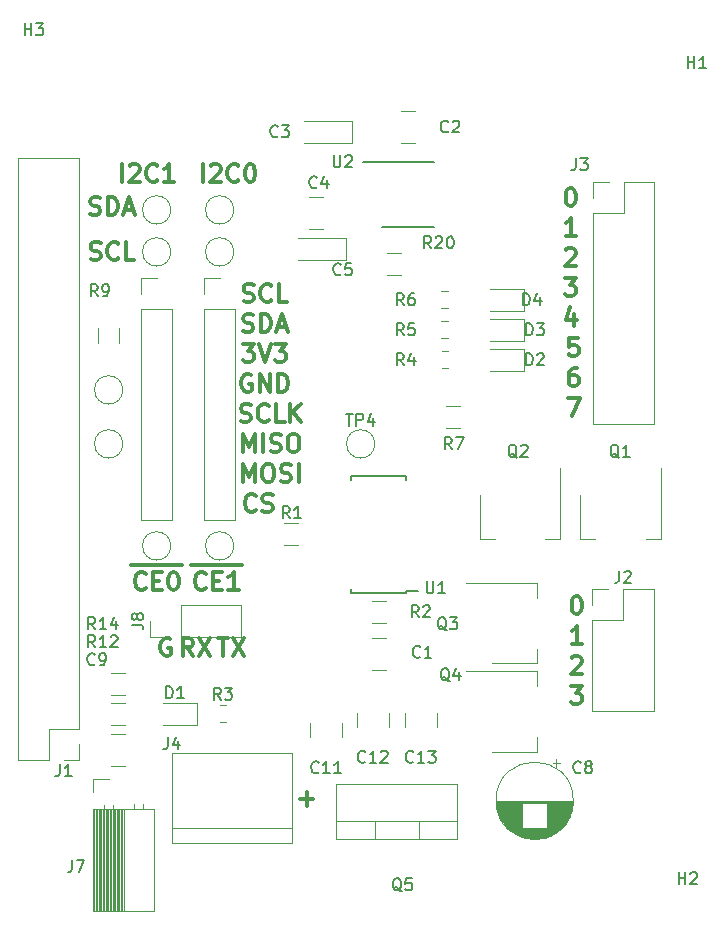
<source format=gbr>
%TF.GenerationSoftware,KiCad,Pcbnew,5.0.2-bee76a0~70~ubuntu18.04.1*%
%TF.CreationDate,2019-03-25T11:44:11-07:00*%
%TF.ProjectId,Pi_Breakout_Board,50695f42-7265-4616-9b6f-75745f426f61,rev?*%
%TF.SameCoordinates,Original*%
%TF.FileFunction,Legend,Top*%
%TF.FilePolarity,Positive*%
%FSLAX46Y46*%
G04 Gerber Fmt 4.6, Leading zero omitted, Abs format (unit mm)*
G04 Created by KiCad (PCBNEW 5.0.2-bee76a0~70~ubuntu18.04.1) date Mon 25 Mar 2019 11:44:11 AM PDT*
%MOMM*%
%LPD*%
G01*
G04 APERTURE LIST*
%ADD10C,0.300000*%
%ADD11C,0.120000*%
%ADD12C,0.150000*%
G04 APERTURE END LIST*
D10*
X71124000Y-121439714D02*
X71052571Y-121511142D01*
X70838285Y-121582571D01*
X70695428Y-121582571D01*
X70481142Y-121511142D01*
X70338285Y-121368285D01*
X70266857Y-121225428D01*
X70195428Y-120939714D01*
X70195428Y-120725428D01*
X70266857Y-120439714D01*
X70338285Y-120296857D01*
X70481142Y-120154000D01*
X70695428Y-120082571D01*
X70838285Y-120082571D01*
X71052571Y-120154000D01*
X71124000Y-120225428D01*
X71695428Y-121511142D02*
X71909714Y-121582571D01*
X72266857Y-121582571D01*
X72409714Y-121511142D01*
X72481142Y-121439714D01*
X72552571Y-121296857D01*
X72552571Y-121154000D01*
X72481142Y-121011142D01*
X72409714Y-120939714D01*
X72266857Y-120868285D01*
X71981142Y-120796857D01*
X71838285Y-120725428D01*
X71766857Y-120654000D01*
X71695428Y-120511142D01*
X71695428Y-120368285D01*
X71766857Y-120225428D01*
X71838285Y-120154000D01*
X71981142Y-120082571D01*
X72338285Y-120082571D01*
X72552571Y-120154000D01*
X70032857Y-119042571D02*
X70032857Y-117542571D01*
X70532857Y-118614000D01*
X71032857Y-117542571D01*
X71032857Y-119042571D01*
X72032857Y-117542571D02*
X72318571Y-117542571D01*
X72461428Y-117614000D01*
X72604285Y-117756857D01*
X72675714Y-118042571D01*
X72675714Y-118542571D01*
X72604285Y-118828285D01*
X72461428Y-118971142D01*
X72318571Y-119042571D01*
X72032857Y-119042571D01*
X71890000Y-118971142D01*
X71747142Y-118828285D01*
X71675714Y-118542571D01*
X71675714Y-118042571D01*
X71747142Y-117756857D01*
X71890000Y-117614000D01*
X72032857Y-117542571D01*
X73247142Y-118971142D02*
X73461428Y-119042571D01*
X73818571Y-119042571D01*
X73961428Y-118971142D01*
X74032857Y-118899714D01*
X74104285Y-118756857D01*
X74104285Y-118614000D01*
X74032857Y-118471142D01*
X73961428Y-118399714D01*
X73818571Y-118328285D01*
X73532857Y-118256857D01*
X73390000Y-118185428D01*
X73318571Y-118114000D01*
X73247142Y-117971142D01*
X73247142Y-117828285D01*
X73318571Y-117685428D01*
X73390000Y-117614000D01*
X73532857Y-117542571D01*
X73890000Y-117542571D01*
X74104285Y-117614000D01*
X74747142Y-119042571D02*
X74747142Y-117542571D01*
X97798000Y-136338571D02*
X98726571Y-136338571D01*
X98226571Y-136910000D01*
X98440857Y-136910000D01*
X98583714Y-136981428D01*
X98655142Y-137052857D01*
X98726571Y-137195714D01*
X98726571Y-137552857D01*
X98655142Y-137695714D01*
X98583714Y-137767142D01*
X98440857Y-137838571D01*
X98012285Y-137838571D01*
X97869428Y-137767142D01*
X97798000Y-137695714D01*
X97869428Y-133941428D02*
X97940857Y-133870000D01*
X98083714Y-133798571D01*
X98440857Y-133798571D01*
X98583714Y-133870000D01*
X98655142Y-133941428D01*
X98726571Y-134084285D01*
X98726571Y-134227142D01*
X98655142Y-134441428D01*
X97798000Y-135298571D01*
X98726571Y-135298571D01*
X98726571Y-132758571D02*
X97869428Y-132758571D01*
X98298000Y-132758571D02*
X98298000Y-131258571D01*
X98155142Y-131472857D01*
X98012285Y-131615714D01*
X97869428Y-131687142D01*
X98226571Y-128718571D02*
X98369428Y-128718571D01*
X98512285Y-128790000D01*
X98583714Y-128861428D01*
X98655142Y-129004285D01*
X98726571Y-129290000D01*
X98726571Y-129647142D01*
X98655142Y-129932857D01*
X98583714Y-130075714D01*
X98512285Y-130147142D01*
X98369428Y-130218571D01*
X98226571Y-130218571D01*
X98083714Y-130147142D01*
X98012285Y-130075714D01*
X97940857Y-129932857D01*
X97869428Y-129647142D01*
X97869428Y-129290000D01*
X97940857Y-129004285D01*
X98012285Y-128861428D01*
X98083714Y-128790000D01*
X98226571Y-128718571D01*
X97544000Y-111954571D02*
X98544000Y-111954571D01*
X97901142Y-113454571D01*
X98329714Y-109414571D02*
X98044000Y-109414571D01*
X97901142Y-109486000D01*
X97829714Y-109557428D01*
X97686857Y-109771714D01*
X97615428Y-110057428D01*
X97615428Y-110628857D01*
X97686857Y-110771714D01*
X97758285Y-110843142D01*
X97901142Y-110914571D01*
X98186857Y-110914571D01*
X98329714Y-110843142D01*
X98401142Y-110771714D01*
X98472571Y-110628857D01*
X98472571Y-110271714D01*
X98401142Y-110128857D01*
X98329714Y-110057428D01*
X98186857Y-109986000D01*
X97901142Y-109986000D01*
X97758285Y-110057428D01*
X97686857Y-110128857D01*
X97615428Y-110271714D01*
X98401142Y-106874571D02*
X97686857Y-106874571D01*
X97615428Y-107588857D01*
X97686857Y-107517428D01*
X97829714Y-107446000D01*
X98186857Y-107446000D01*
X98329714Y-107517428D01*
X98401142Y-107588857D01*
X98472571Y-107731714D01*
X98472571Y-108088857D01*
X98401142Y-108231714D01*
X98329714Y-108303142D01*
X98186857Y-108374571D01*
X97829714Y-108374571D01*
X97686857Y-108303142D01*
X97615428Y-108231714D01*
X98075714Y-104834571D02*
X98075714Y-105834571D01*
X97718571Y-104263142D02*
X97361428Y-105334571D01*
X98290000Y-105334571D01*
X97290000Y-101794571D02*
X98218571Y-101794571D01*
X97718571Y-102366000D01*
X97932857Y-102366000D01*
X98075714Y-102437428D01*
X98147142Y-102508857D01*
X98218571Y-102651714D01*
X98218571Y-103008857D01*
X98147142Y-103151714D01*
X98075714Y-103223142D01*
X97932857Y-103294571D01*
X97504285Y-103294571D01*
X97361428Y-103223142D01*
X97290000Y-103151714D01*
X97361428Y-99397428D02*
X97432857Y-99326000D01*
X97575714Y-99254571D01*
X97932857Y-99254571D01*
X98075714Y-99326000D01*
X98147142Y-99397428D01*
X98218571Y-99540285D01*
X98218571Y-99683142D01*
X98147142Y-99897428D01*
X97290000Y-100754571D01*
X98218571Y-100754571D01*
X98218571Y-98214571D02*
X97361428Y-98214571D01*
X97790000Y-98214571D02*
X97790000Y-96714571D01*
X97647142Y-96928857D01*
X97504285Y-97071714D01*
X97361428Y-97143142D01*
X97718571Y-94174571D02*
X97861428Y-94174571D01*
X98004285Y-94246000D01*
X98075714Y-94317428D01*
X98147142Y-94460285D01*
X98218571Y-94746000D01*
X98218571Y-95103142D01*
X98147142Y-95388857D01*
X98075714Y-95531714D01*
X98004285Y-95603142D01*
X97861428Y-95674571D01*
X97718571Y-95674571D01*
X97575714Y-95603142D01*
X97504285Y-95531714D01*
X97432857Y-95388857D01*
X97361428Y-95103142D01*
X97361428Y-94746000D01*
X97432857Y-94460285D01*
X97504285Y-94317428D01*
X97575714Y-94246000D01*
X97718571Y-94174571D01*
X57142285Y-100175142D02*
X57356571Y-100246571D01*
X57713714Y-100246571D01*
X57856571Y-100175142D01*
X57928000Y-100103714D01*
X57999428Y-99960857D01*
X57999428Y-99818000D01*
X57928000Y-99675142D01*
X57856571Y-99603714D01*
X57713714Y-99532285D01*
X57428000Y-99460857D01*
X57285142Y-99389428D01*
X57213714Y-99318000D01*
X57142285Y-99175142D01*
X57142285Y-99032285D01*
X57213714Y-98889428D01*
X57285142Y-98818000D01*
X57428000Y-98746571D01*
X57785142Y-98746571D01*
X57999428Y-98818000D01*
X59499428Y-100103714D02*
X59428000Y-100175142D01*
X59213714Y-100246571D01*
X59070857Y-100246571D01*
X58856571Y-100175142D01*
X58713714Y-100032285D01*
X58642285Y-99889428D01*
X58570857Y-99603714D01*
X58570857Y-99389428D01*
X58642285Y-99103714D01*
X58713714Y-98960857D01*
X58856571Y-98818000D01*
X59070857Y-98746571D01*
X59213714Y-98746571D01*
X59428000Y-98818000D01*
X59499428Y-98889428D01*
X60856571Y-100246571D02*
X60142285Y-100246571D01*
X60142285Y-98746571D01*
X57106571Y-96365142D02*
X57320857Y-96436571D01*
X57678000Y-96436571D01*
X57820857Y-96365142D01*
X57892285Y-96293714D01*
X57963714Y-96150857D01*
X57963714Y-96008000D01*
X57892285Y-95865142D01*
X57820857Y-95793714D01*
X57678000Y-95722285D01*
X57392285Y-95650857D01*
X57249428Y-95579428D01*
X57178000Y-95508000D01*
X57106571Y-95365142D01*
X57106571Y-95222285D01*
X57178000Y-95079428D01*
X57249428Y-95008000D01*
X57392285Y-94936571D01*
X57749428Y-94936571D01*
X57963714Y-95008000D01*
X58606571Y-96436571D02*
X58606571Y-94936571D01*
X58963714Y-94936571D01*
X59178000Y-95008000D01*
X59320857Y-95150857D01*
X59392285Y-95293714D01*
X59463714Y-95579428D01*
X59463714Y-95793714D01*
X59392285Y-96079428D01*
X59320857Y-96222285D01*
X59178000Y-96365142D01*
X58963714Y-96436571D01*
X58606571Y-96436571D01*
X60035142Y-96008000D02*
X60749428Y-96008000D01*
X59892285Y-96436571D02*
X60392285Y-94936571D01*
X60892285Y-96436571D01*
X59797428Y-93642571D02*
X59797428Y-92142571D01*
X60440285Y-92285428D02*
X60511714Y-92214000D01*
X60654571Y-92142571D01*
X61011714Y-92142571D01*
X61154571Y-92214000D01*
X61226000Y-92285428D01*
X61297428Y-92428285D01*
X61297428Y-92571142D01*
X61226000Y-92785428D01*
X60368857Y-93642571D01*
X61297428Y-93642571D01*
X62797428Y-93499714D02*
X62726000Y-93571142D01*
X62511714Y-93642571D01*
X62368857Y-93642571D01*
X62154571Y-93571142D01*
X62011714Y-93428285D01*
X61940285Y-93285428D01*
X61868857Y-92999714D01*
X61868857Y-92785428D01*
X61940285Y-92499714D01*
X62011714Y-92356857D01*
X62154571Y-92214000D01*
X62368857Y-92142571D01*
X62511714Y-92142571D01*
X62726000Y-92214000D01*
X62797428Y-92285428D01*
X64226000Y-93642571D02*
X63368857Y-93642571D01*
X63797428Y-93642571D02*
X63797428Y-92142571D01*
X63654571Y-92356857D01*
X63511714Y-92499714D01*
X63368857Y-92571142D01*
X66655428Y-93642571D02*
X66655428Y-92142571D01*
X67298285Y-92285428D02*
X67369714Y-92214000D01*
X67512571Y-92142571D01*
X67869714Y-92142571D01*
X68012571Y-92214000D01*
X68084000Y-92285428D01*
X68155428Y-92428285D01*
X68155428Y-92571142D01*
X68084000Y-92785428D01*
X67226857Y-93642571D01*
X68155428Y-93642571D01*
X69655428Y-93499714D02*
X69584000Y-93571142D01*
X69369714Y-93642571D01*
X69226857Y-93642571D01*
X69012571Y-93571142D01*
X68869714Y-93428285D01*
X68798285Y-93285428D01*
X68726857Y-92999714D01*
X68726857Y-92785428D01*
X68798285Y-92499714D01*
X68869714Y-92356857D01*
X69012571Y-92214000D01*
X69226857Y-92142571D01*
X69369714Y-92142571D01*
X69584000Y-92214000D01*
X69655428Y-92285428D01*
X70584000Y-92142571D02*
X70726857Y-92142571D01*
X70869714Y-92214000D01*
X70941142Y-92285428D01*
X71012571Y-92428285D01*
X71084000Y-92714000D01*
X71084000Y-93071142D01*
X71012571Y-93356857D01*
X70941142Y-93499714D01*
X70869714Y-93571142D01*
X70726857Y-93642571D01*
X70584000Y-93642571D01*
X70441142Y-93571142D01*
X70369714Y-93499714D01*
X70298285Y-93356857D01*
X70226857Y-93071142D01*
X70226857Y-92714000D01*
X70298285Y-92428285D01*
X70369714Y-92285428D01*
X70441142Y-92214000D01*
X70584000Y-92142571D01*
X70096285Y-103731142D02*
X70310571Y-103802571D01*
X70667714Y-103802571D01*
X70810571Y-103731142D01*
X70882000Y-103659714D01*
X70953428Y-103516857D01*
X70953428Y-103374000D01*
X70882000Y-103231142D01*
X70810571Y-103159714D01*
X70667714Y-103088285D01*
X70382000Y-103016857D01*
X70239142Y-102945428D01*
X70167714Y-102874000D01*
X70096285Y-102731142D01*
X70096285Y-102588285D01*
X70167714Y-102445428D01*
X70239142Y-102374000D01*
X70382000Y-102302571D01*
X70739142Y-102302571D01*
X70953428Y-102374000D01*
X72453428Y-103659714D02*
X72382000Y-103731142D01*
X72167714Y-103802571D01*
X72024857Y-103802571D01*
X71810571Y-103731142D01*
X71667714Y-103588285D01*
X71596285Y-103445428D01*
X71524857Y-103159714D01*
X71524857Y-102945428D01*
X71596285Y-102659714D01*
X71667714Y-102516857D01*
X71810571Y-102374000D01*
X72024857Y-102302571D01*
X72167714Y-102302571D01*
X72382000Y-102374000D01*
X72453428Y-102445428D01*
X73810571Y-103802571D02*
X73096285Y-103802571D01*
X73096285Y-102302571D01*
X70060571Y-106271142D02*
X70274857Y-106342571D01*
X70632000Y-106342571D01*
X70774857Y-106271142D01*
X70846285Y-106199714D01*
X70917714Y-106056857D01*
X70917714Y-105914000D01*
X70846285Y-105771142D01*
X70774857Y-105699714D01*
X70632000Y-105628285D01*
X70346285Y-105556857D01*
X70203428Y-105485428D01*
X70132000Y-105414000D01*
X70060571Y-105271142D01*
X70060571Y-105128285D01*
X70132000Y-104985428D01*
X70203428Y-104914000D01*
X70346285Y-104842571D01*
X70703428Y-104842571D01*
X70917714Y-104914000D01*
X71560571Y-106342571D02*
X71560571Y-104842571D01*
X71917714Y-104842571D01*
X72132000Y-104914000D01*
X72274857Y-105056857D01*
X72346285Y-105199714D01*
X72417714Y-105485428D01*
X72417714Y-105699714D01*
X72346285Y-105985428D01*
X72274857Y-106128285D01*
X72132000Y-106271142D01*
X71917714Y-106342571D01*
X71560571Y-106342571D01*
X72989142Y-105914000D02*
X73703428Y-105914000D01*
X72846285Y-106342571D02*
X73346285Y-104842571D01*
X73846285Y-106342571D01*
X70024857Y-107382571D02*
X70953428Y-107382571D01*
X70453428Y-107954000D01*
X70667714Y-107954000D01*
X70810571Y-108025428D01*
X70882000Y-108096857D01*
X70953428Y-108239714D01*
X70953428Y-108596857D01*
X70882000Y-108739714D01*
X70810571Y-108811142D01*
X70667714Y-108882571D01*
X70239142Y-108882571D01*
X70096285Y-108811142D01*
X70024857Y-108739714D01*
X71382000Y-107382571D02*
X71882000Y-108882571D01*
X72382000Y-107382571D01*
X72739142Y-107382571D02*
X73667714Y-107382571D01*
X73167714Y-107954000D01*
X73382000Y-107954000D01*
X73524857Y-108025428D01*
X73596285Y-108096857D01*
X73667714Y-108239714D01*
X73667714Y-108596857D01*
X73596285Y-108739714D01*
X73524857Y-108811142D01*
X73382000Y-108882571D01*
X72953428Y-108882571D01*
X72810571Y-108811142D01*
X72739142Y-108739714D01*
X70739142Y-109994000D02*
X70596285Y-109922571D01*
X70382000Y-109922571D01*
X70167714Y-109994000D01*
X70024857Y-110136857D01*
X69953428Y-110279714D01*
X69882000Y-110565428D01*
X69882000Y-110779714D01*
X69953428Y-111065428D01*
X70024857Y-111208285D01*
X70167714Y-111351142D01*
X70382000Y-111422571D01*
X70524857Y-111422571D01*
X70739142Y-111351142D01*
X70810571Y-111279714D01*
X70810571Y-110779714D01*
X70524857Y-110779714D01*
X71453428Y-111422571D02*
X71453428Y-109922571D01*
X72310571Y-111422571D01*
X72310571Y-109922571D01*
X73024857Y-111422571D02*
X73024857Y-109922571D01*
X73382000Y-109922571D01*
X73596285Y-109994000D01*
X73739142Y-110136857D01*
X73810571Y-110279714D01*
X73882000Y-110565428D01*
X73882000Y-110779714D01*
X73810571Y-111065428D01*
X73739142Y-111208285D01*
X73596285Y-111351142D01*
X73382000Y-111422571D01*
X73024857Y-111422571D01*
X69854285Y-113891142D02*
X70068571Y-113962571D01*
X70425714Y-113962571D01*
X70568571Y-113891142D01*
X70640000Y-113819714D01*
X70711428Y-113676857D01*
X70711428Y-113534000D01*
X70640000Y-113391142D01*
X70568571Y-113319714D01*
X70425714Y-113248285D01*
X70140000Y-113176857D01*
X69997142Y-113105428D01*
X69925714Y-113034000D01*
X69854285Y-112891142D01*
X69854285Y-112748285D01*
X69925714Y-112605428D01*
X69997142Y-112534000D01*
X70140000Y-112462571D01*
X70497142Y-112462571D01*
X70711428Y-112534000D01*
X72211428Y-113819714D02*
X72140000Y-113891142D01*
X71925714Y-113962571D01*
X71782857Y-113962571D01*
X71568571Y-113891142D01*
X71425714Y-113748285D01*
X71354285Y-113605428D01*
X71282857Y-113319714D01*
X71282857Y-113105428D01*
X71354285Y-112819714D01*
X71425714Y-112676857D01*
X71568571Y-112534000D01*
X71782857Y-112462571D01*
X71925714Y-112462571D01*
X72140000Y-112534000D01*
X72211428Y-112605428D01*
X73568571Y-113962571D02*
X72854285Y-113962571D01*
X72854285Y-112462571D01*
X74068571Y-113962571D02*
X74068571Y-112462571D01*
X74925714Y-113962571D02*
X74282857Y-113105428D01*
X74925714Y-112462571D02*
X74068571Y-113319714D01*
X70032857Y-116502571D02*
X70032857Y-115002571D01*
X70532857Y-116074000D01*
X71032857Y-115002571D01*
X71032857Y-116502571D01*
X71747142Y-116502571D02*
X71747142Y-115002571D01*
X72390000Y-116431142D02*
X72604285Y-116502571D01*
X72961428Y-116502571D01*
X73104285Y-116431142D01*
X73175714Y-116359714D01*
X73247142Y-116216857D01*
X73247142Y-116074000D01*
X73175714Y-115931142D01*
X73104285Y-115859714D01*
X72961428Y-115788285D01*
X72675714Y-115716857D01*
X72532857Y-115645428D01*
X72461428Y-115574000D01*
X72390000Y-115431142D01*
X72390000Y-115288285D01*
X72461428Y-115145428D01*
X72532857Y-115074000D01*
X72675714Y-115002571D01*
X73032857Y-115002571D01*
X73247142Y-115074000D01*
X74175714Y-115002571D02*
X74461428Y-115002571D01*
X74604285Y-115074000D01*
X74747142Y-115216857D01*
X74818571Y-115502571D01*
X74818571Y-116002571D01*
X74747142Y-116288285D01*
X74604285Y-116431142D01*
X74461428Y-116502571D01*
X74175714Y-116502571D01*
X74032857Y-116431142D01*
X73890000Y-116288285D01*
X73818571Y-116002571D01*
X73818571Y-115502571D01*
X73890000Y-115216857D01*
X74032857Y-115074000D01*
X74175714Y-115002571D01*
X63892857Y-132346000D02*
X63750000Y-132274571D01*
X63535714Y-132274571D01*
X63321428Y-132346000D01*
X63178571Y-132488857D01*
X63107142Y-132631714D01*
X63035714Y-132917428D01*
X63035714Y-133131714D01*
X63107142Y-133417428D01*
X63178571Y-133560285D01*
X63321428Y-133703142D01*
X63535714Y-133774571D01*
X63678571Y-133774571D01*
X63892857Y-133703142D01*
X63964285Y-133631714D01*
X63964285Y-133131714D01*
X63678571Y-133131714D01*
X65790000Y-133774571D02*
X65290000Y-133060285D01*
X64932857Y-133774571D02*
X64932857Y-132274571D01*
X65504285Y-132274571D01*
X65647142Y-132346000D01*
X65718571Y-132417428D01*
X65790000Y-132560285D01*
X65790000Y-132774571D01*
X65718571Y-132917428D01*
X65647142Y-132988857D01*
X65504285Y-133060285D01*
X64932857Y-133060285D01*
X66290000Y-132274571D02*
X67290000Y-133774571D01*
X67290000Y-132274571D02*
X66290000Y-133774571D01*
X67945142Y-132274571D02*
X68802285Y-132274571D01*
X68373714Y-133774571D02*
X68373714Y-132274571D01*
X69159428Y-132274571D02*
X70159428Y-133774571D01*
X70159428Y-132274571D02*
X69159428Y-133774571D01*
X74866571Y-145903142D02*
X76009428Y-145903142D01*
X75438000Y-146474571D02*
X75438000Y-145331714D01*
X65675142Y-126038000D02*
X67175142Y-126038000D01*
X66889428Y-128043714D02*
X66818000Y-128115142D01*
X66603714Y-128186571D01*
X66460857Y-128186571D01*
X66246571Y-128115142D01*
X66103714Y-127972285D01*
X66032285Y-127829428D01*
X65960857Y-127543714D01*
X65960857Y-127329428D01*
X66032285Y-127043714D01*
X66103714Y-126900857D01*
X66246571Y-126758000D01*
X66460857Y-126686571D01*
X66603714Y-126686571D01*
X66818000Y-126758000D01*
X66889428Y-126829428D01*
X67175142Y-126038000D02*
X68532285Y-126038000D01*
X67532285Y-127400857D02*
X68032285Y-127400857D01*
X68246571Y-128186571D02*
X67532285Y-128186571D01*
X67532285Y-126686571D01*
X68246571Y-126686571D01*
X68532285Y-126038000D02*
X69960857Y-126038000D01*
X69675142Y-128186571D02*
X68818000Y-128186571D01*
X69246571Y-128186571D02*
X69246571Y-126686571D01*
X69103714Y-126900857D01*
X68960857Y-127043714D01*
X68818000Y-127115142D01*
X60595142Y-126038000D02*
X62095142Y-126038000D01*
X61809428Y-128043714D02*
X61738000Y-128115142D01*
X61523714Y-128186571D01*
X61380857Y-128186571D01*
X61166571Y-128115142D01*
X61023714Y-127972285D01*
X60952285Y-127829428D01*
X60880857Y-127543714D01*
X60880857Y-127329428D01*
X60952285Y-127043714D01*
X61023714Y-126900857D01*
X61166571Y-126758000D01*
X61380857Y-126686571D01*
X61523714Y-126686571D01*
X61738000Y-126758000D01*
X61809428Y-126829428D01*
X62095142Y-126038000D02*
X63452285Y-126038000D01*
X62452285Y-127400857D02*
X62952285Y-127400857D01*
X63166571Y-128186571D02*
X62452285Y-128186571D01*
X62452285Y-126686571D01*
X63166571Y-126686571D01*
X63452285Y-126038000D02*
X64880857Y-126038000D01*
X64095142Y-126686571D02*
X64238000Y-126686571D01*
X64380857Y-126758000D01*
X64452285Y-126829428D01*
X64523714Y-126972285D01*
X64595142Y-127258000D01*
X64595142Y-127615142D01*
X64523714Y-127900857D01*
X64452285Y-128043714D01*
X64380857Y-128115142D01*
X64238000Y-128186571D01*
X64095142Y-128186571D01*
X63952285Y-128115142D01*
X63880857Y-128043714D01*
X63809428Y-127900857D01*
X63738000Y-127615142D01*
X63738000Y-127258000D01*
X63809428Y-126972285D01*
X63880857Y-126829428D01*
X63952285Y-126758000D01*
X64095142Y-126686571D01*
D11*
%TO.C,Q4*%
X88900000Y-135090000D02*
X94910000Y-135090000D01*
X91150000Y-141910000D02*
X94910000Y-141910000D01*
X94910000Y-135090000D02*
X94910000Y-136350000D01*
X94910000Y-141910000D02*
X94910000Y-140650000D01*
D12*
%TO.C,U1*%
X83825000Y-128475000D02*
X83825000Y-128250000D01*
X79175000Y-128475000D02*
X79175000Y-128150000D01*
X79175000Y-118525000D02*
X79175000Y-118850000D01*
X83825000Y-118525000D02*
X83825000Y-118850000D01*
X83825000Y-128475000D02*
X79175000Y-128475000D01*
X83825000Y-118525000D02*
X79175000Y-118525000D01*
X83825000Y-128250000D02*
X84900000Y-128250000D01*
D11*
%TO.C,J5*%
X66742000Y-101794000D02*
X68072000Y-101794000D01*
X66742000Y-103124000D02*
X66742000Y-101794000D01*
X66742000Y-104394000D02*
X69402000Y-104394000D01*
X69402000Y-104394000D02*
X69402000Y-122234000D01*
X66742000Y-104394000D02*
X66742000Y-122234000D01*
X66742000Y-122234000D02*
X69402000Y-122234000D01*
%TO.C,TP1*%
X59874000Y-115824000D02*
G75*
G03X59874000Y-115824000I-1200000J0D01*
G01*
%TO.C,TP3*%
X59874000Y-111252000D02*
G75*
G03X59874000Y-111252000I-1200000J0D01*
G01*
%TO.C,TP4*%
X81210000Y-115824000D02*
G75*
G03X81210000Y-115824000I-1200000J0D01*
G01*
%TO.C,TP5*%
X69272000Y-124460000D02*
G75*
G03X69272000Y-124460000I-1200000J0D01*
G01*
%TO.C,TP6*%
X63938000Y-124460000D02*
G75*
G03X63938000Y-124460000I-1200000J0D01*
G01*
%TO.C,TP7*%
X69272000Y-96012000D02*
G75*
G03X69272000Y-96012000I-1200000J0D01*
G01*
%TO.C,TP8*%
X69272000Y-99568000D02*
G75*
G03X69272000Y-99568000I-1200000J0D01*
G01*
%TO.C,TP9*%
X63938000Y-96012000D02*
G75*
G03X63938000Y-96012000I-1200000J0D01*
G01*
%TO.C,TP10*%
X63938000Y-99568000D02*
G75*
G03X63938000Y-99568000I-1200000J0D01*
G01*
%TO.C,J1*%
X56194000Y-91634000D02*
X50994000Y-91634000D01*
X56194000Y-139954000D02*
X56194000Y-91634000D01*
X50994000Y-142554000D02*
X50994000Y-91634000D01*
X56194000Y-139954000D02*
X53594000Y-139954000D01*
X53594000Y-139954000D02*
X53594000Y-142554000D01*
X53594000Y-142554000D02*
X50994000Y-142554000D01*
X56194000Y-141224000D02*
X56194000Y-142554000D01*
X56194000Y-142554000D02*
X54864000Y-142554000D01*
%TO.C,C1*%
X80968436Y-134964000D02*
X82172564Y-134964000D01*
X80968436Y-132244000D02*
X82172564Y-132244000D01*
%TO.C,C2*%
X83385436Y-90360000D02*
X84589564Y-90360000D01*
X83385436Y-87640000D02*
X84589564Y-87640000D01*
%TO.C,C3*%
X79279500Y-88473000D02*
X75194500Y-88473000D01*
X79279500Y-90343000D02*
X79279500Y-88473000D01*
X75194500Y-90343000D02*
X79279500Y-90343000D01*
%TO.C,C4*%
X76838564Y-97626000D02*
X75634436Y-97626000D01*
X76838564Y-94906000D02*
X75634436Y-94906000D01*
%TO.C,C5*%
X74686500Y-100249000D02*
X78771500Y-100249000D01*
X78771500Y-100249000D02*
X78771500Y-98379000D01*
X78771500Y-98379000D02*
X74686500Y-98379000D01*
%TO.C,C8*%
X98012000Y-146030000D02*
G75*
G03X98012000Y-146030000I-3270000J0D01*
G01*
X97972000Y-146030000D02*
X91512000Y-146030000D01*
X97972000Y-146070000D02*
X91512000Y-146070000D01*
X97972000Y-146110000D02*
X91512000Y-146110000D01*
X97970000Y-146150000D02*
X91514000Y-146150000D01*
X97969000Y-146190000D02*
X91515000Y-146190000D01*
X97966000Y-146230000D02*
X91518000Y-146230000D01*
X97964000Y-146270000D02*
X95782000Y-146270000D01*
X93702000Y-146270000D02*
X91520000Y-146270000D01*
X97960000Y-146310000D02*
X95782000Y-146310000D01*
X93702000Y-146310000D02*
X91524000Y-146310000D01*
X97957000Y-146350000D02*
X95782000Y-146350000D01*
X93702000Y-146350000D02*
X91527000Y-146350000D01*
X97953000Y-146390000D02*
X95782000Y-146390000D01*
X93702000Y-146390000D02*
X91531000Y-146390000D01*
X97948000Y-146430000D02*
X95782000Y-146430000D01*
X93702000Y-146430000D02*
X91536000Y-146430000D01*
X97943000Y-146470000D02*
X95782000Y-146470000D01*
X93702000Y-146470000D02*
X91541000Y-146470000D01*
X97937000Y-146510000D02*
X95782000Y-146510000D01*
X93702000Y-146510000D02*
X91547000Y-146510000D01*
X97931000Y-146550000D02*
X95782000Y-146550000D01*
X93702000Y-146550000D02*
X91553000Y-146550000D01*
X97924000Y-146590000D02*
X95782000Y-146590000D01*
X93702000Y-146590000D02*
X91560000Y-146590000D01*
X97917000Y-146630000D02*
X95782000Y-146630000D01*
X93702000Y-146630000D02*
X91567000Y-146630000D01*
X97909000Y-146670000D02*
X95782000Y-146670000D01*
X93702000Y-146670000D02*
X91575000Y-146670000D01*
X97901000Y-146710000D02*
X95782000Y-146710000D01*
X93702000Y-146710000D02*
X91583000Y-146710000D01*
X97892000Y-146751000D02*
X95782000Y-146751000D01*
X93702000Y-146751000D02*
X91592000Y-146751000D01*
X97883000Y-146791000D02*
X95782000Y-146791000D01*
X93702000Y-146791000D02*
X91601000Y-146791000D01*
X97873000Y-146831000D02*
X95782000Y-146831000D01*
X93702000Y-146831000D02*
X91611000Y-146831000D01*
X97863000Y-146871000D02*
X95782000Y-146871000D01*
X93702000Y-146871000D02*
X91621000Y-146871000D01*
X97852000Y-146911000D02*
X95782000Y-146911000D01*
X93702000Y-146911000D02*
X91632000Y-146911000D01*
X97840000Y-146951000D02*
X95782000Y-146951000D01*
X93702000Y-146951000D02*
X91644000Y-146951000D01*
X97828000Y-146991000D02*
X95782000Y-146991000D01*
X93702000Y-146991000D02*
X91656000Y-146991000D01*
X97816000Y-147031000D02*
X95782000Y-147031000D01*
X93702000Y-147031000D02*
X91668000Y-147031000D01*
X97803000Y-147071000D02*
X95782000Y-147071000D01*
X93702000Y-147071000D02*
X91681000Y-147071000D01*
X97789000Y-147111000D02*
X95782000Y-147111000D01*
X93702000Y-147111000D02*
X91695000Y-147111000D01*
X97775000Y-147151000D02*
X95782000Y-147151000D01*
X93702000Y-147151000D02*
X91709000Y-147151000D01*
X97760000Y-147191000D02*
X95782000Y-147191000D01*
X93702000Y-147191000D02*
X91724000Y-147191000D01*
X97744000Y-147231000D02*
X95782000Y-147231000D01*
X93702000Y-147231000D02*
X91740000Y-147231000D01*
X97728000Y-147271000D02*
X95782000Y-147271000D01*
X93702000Y-147271000D02*
X91756000Y-147271000D01*
X97712000Y-147311000D02*
X95782000Y-147311000D01*
X93702000Y-147311000D02*
X91772000Y-147311000D01*
X97694000Y-147351000D02*
X95782000Y-147351000D01*
X93702000Y-147351000D02*
X91790000Y-147351000D01*
X97676000Y-147391000D02*
X95782000Y-147391000D01*
X93702000Y-147391000D02*
X91808000Y-147391000D01*
X97658000Y-147431000D02*
X95782000Y-147431000D01*
X93702000Y-147431000D02*
X91826000Y-147431000D01*
X97638000Y-147471000D02*
X95782000Y-147471000D01*
X93702000Y-147471000D02*
X91846000Y-147471000D01*
X97618000Y-147511000D02*
X95782000Y-147511000D01*
X93702000Y-147511000D02*
X91866000Y-147511000D01*
X97598000Y-147551000D02*
X95782000Y-147551000D01*
X93702000Y-147551000D02*
X91886000Y-147551000D01*
X97576000Y-147591000D02*
X95782000Y-147591000D01*
X93702000Y-147591000D02*
X91908000Y-147591000D01*
X97554000Y-147631000D02*
X95782000Y-147631000D01*
X93702000Y-147631000D02*
X91930000Y-147631000D01*
X97532000Y-147671000D02*
X95782000Y-147671000D01*
X93702000Y-147671000D02*
X91952000Y-147671000D01*
X97508000Y-147711000D02*
X95782000Y-147711000D01*
X93702000Y-147711000D02*
X91976000Y-147711000D01*
X97484000Y-147751000D02*
X95782000Y-147751000D01*
X93702000Y-147751000D02*
X92000000Y-147751000D01*
X97458000Y-147791000D02*
X95782000Y-147791000D01*
X93702000Y-147791000D02*
X92026000Y-147791000D01*
X97432000Y-147831000D02*
X95782000Y-147831000D01*
X93702000Y-147831000D02*
X92052000Y-147831000D01*
X97406000Y-147871000D02*
X95782000Y-147871000D01*
X93702000Y-147871000D02*
X92078000Y-147871000D01*
X97378000Y-147911000D02*
X95782000Y-147911000D01*
X93702000Y-147911000D02*
X92106000Y-147911000D01*
X97349000Y-147951000D02*
X95782000Y-147951000D01*
X93702000Y-147951000D02*
X92135000Y-147951000D01*
X97320000Y-147991000D02*
X95782000Y-147991000D01*
X93702000Y-147991000D02*
X92164000Y-147991000D01*
X97290000Y-148031000D02*
X95782000Y-148031000D01*
X93702000Y-148031000D02*
X92194000Y-148031000D01*
X97258000Y-148071000D02*
X95782000Y-148071000D01*
X93702000Y-148071000D02*
X92226000Y-148071000D01*
X97226000Y-148111000D02*
X95782000Y-148111000D01*
X93702000Y-148111000D02*
X92258000Y-148111000D01*
X97192000Y-148151000D02*
X95782000Y-148151000D01*
X93702000Y-148151000D02*
X92292000Y-148151000D01*
X97158000Y-148191000D02*
X95782000Y-148191000D01*
X93702000Y-148191000D02*
X92326000Y-148191000D01*
X97122000Y-148231000D02*
X95782000Y-148231000D01*
X93702000Y-148231000D02*
X92362000Y-148231000D01*
X97085000Y-148271000D02*
X95782000Y-148271000D01*
X93702000Y-148271000D02*
X92399000Y-148271000D01*
X97047000Y-148311000D02*
X95782000Y-148311000D01*
X93702000Y-148311000D02*
X92437000Y-148311000D01*
X97007000Y-148351000D02*
X92477000Y-148351000D01*
X96966000Y-148391000D02*
X92518000Y-148391000D01*
X96924000Y-148431000D02*
X92560000Y-148431000D01*
X96879000Y-148471000D02*
X92605000Y-148471000D01*
X96834000Y-148511000D02*
X92650000Y-148511000D01*
X96786000Y-148551000D02*
X92698000Y-148551000D01*
X96737000Y-148591000D02*
X92747000Y-148591000D01*
X96686000Y-148631000D02*
X92798000Y-148631000D01*
X96632000Y-148671000D02*
X92852000Y-148671000D01*
X96576000Y-148711000D02*
X92908000Y-148711000D01*
X96518000Y-148751000D02*
X92966000Y-148751000D01*
X96456000Y-148791000D02*
X93028000Y-148791000D01*
X96392000Y-148831000D02*
X93092000Y-148831000D01*
X96323000Y-148871000D02*
X93161000Y-148871000D01*
X96251000Y-148911000D02*
X93233000Y-148911000D01*
X96174000Y-148951000D02*
X93310000Y-148951000D01*
X96092000Y-148991000D02*
X93392000Y-148991000D01*
X96004000Y-149031000D02*
X93480000Y-149031000D01*
X95907000Y-149071000D02*
X93577000Y-149071000D01*
X95801000Y-149111000D02*
X93683000Y-149111000D01*
X95682000Y-149151000D02*
X93802000Y-149151000D01*
X95544000Y-149191000D02*
X93940000Y-149191000D01*
X95375000Y-149231000D02*
X94109000Y-149231000D01*
X95144000Y-149271000D02*
X94340000Y-149271000D01*
X96581000Y-142529759D02*
X96581000Y-143159759D01*
X96896000Y-142844759D02*
X96266000Y-142844759D01*
%TO.C,C9*%
X58833936Y-140372000D02*
X60038064Y-140372000D01*
X58833936Y-143092000D02*
X60038064Y-143092000D01*
%TO.C,Q1*%
X98590000Y-123910000D02*
X99850000Y-123910000D01*
X105410000Y-123910000D02*
X104150000Y-123910000D01*
X98590000Y-120150000D02*
X98590000Y-123910000D01*
X105410000Y-117900000D02*
X105410000Y-123910000D01*
%TO.C,Q2*%
X96910000Y-117900000D02*
X96910000Y-123910000D01*
X90090000Y-120150000D02*
X90090000Y-123910000D01*
X96910000Y-123910000D02*
X95650000Y-123910000D01*
X90090000Y-123910000D02*
X91350000Y-123910000D01*
%TO.C,Q3*%
X94910000Y-134410000D02*
X94910000Y-133150000D01*
X94910000Y-127590000D02*
X94910000Y-128850000D01*
X91150000Y-134410000D02*
X94910000Y-134410000D01*
X88900000Y-127590000D02*
X94910000Y-127590000D01*
%TO.C,Q5*%
X88178000Y-149270000D02*
X77938000Y-149270000D01*
X88178000Y-144629000D02*
X77938000Y-144629000D01*
X88178000Y-149270000D02*
X88178000Y-144629000D01*
X77938000Y-149270000D02*
X77938000Y-144629000D01*
X88178000Y-147760000D02*
X77938000Y-147760000D01*
X84908000Y-149270000D02*
X84908000Y-147760000D01*
X81207000Y-149270000D02*
X81207000Y-147760000D01*
%TO.C,R1*%
X74733564Y-122534000D02*
X73529436Y-122534000D01*
X74733564Y-124354000D02*
X73529436Y-124354000D01*
%TO.C,R2*%
X82172564Y-129138000D02*
X80968436Y-129138000D01*
X82172564Y-130958000D02*
X80968436Y-130958000D01*
%TO.C,R7*%
X87245436Y-112628000D02*
X88449564Y-112628000D01*
X87245436Y-114448000D02*
X88449564Y-114448000D01*
%TO.C,R9*%
X57764000Y-107245564D02*
X57764000Y-106041436D01*
X59584000Y-107245564D02*
X59584000Y-106041436D01*
%TO.C,R12*%
X60038064Y-139594000D02*
X58833936Y-139594000D01*
X60038064Y-137774000D02*
X58833936Y-137774000D01*
%TO.C,R14*%
X60038064Y-135234000D02*
X58833936Y-135234000D01*
X60038064Y-137054000D02*
X58833936Y-137054000D01*
%TO.C,R20*%
X82238436Y-101494000D02*
X83442564Y-101494000D01*
X82238436Y-99674000D02*
X83442564Y-99674000D01*
D12*
%TO.C,U2*%
X81800000Y-97475000D02*
X86200000Y-97475000D01*
X80225000Y-91950000D02*
X86200000Y-91950000D01*
D11*
%TO.C,C11*%
X75680000Y-140630564D02*
X75680000Y-139426436D01*
X78400000Y-140630564D02*
X78400000Y-139426436D01*
%TO.C,C12*%
X79666000Y-138589936D02*
X79666000Y-139794064D01*
X82386000Y-138589936D02*
X82386000Y-139794064D01*
%TO.C,C13*%
X83730000Y-139794064D02*
X83730000Y-138589936D01*
X86450000Y-139794064D02*
X86450000Y-138589936D01*
%TO.C,J2*%
X99630000Y-138410000D02*
X104830000Y-138410000D01*
X99630000Y-130730000D02*
X99630000Y-138410000D01*
X104830000Y-128130000D02*
X104830000Y-138410000D01*
X99630000Y-130730000D02*
X102230000Y-130730000D01*
X102230000Y-130730000D02*
X102230000Y-128130000D01*
X102230000Y-128130000D02*
X104830000Y-128130000D01*
X99630000Y-129460000D02*
X99630000Y-128130000D01*
X99630000Y-128130000D02*
X100960000Y-128130000D01*
%TO.C,J3*%
X99670000Y-114110000D02*
X104870000Y-114110000D01*
X99670000Y-96270000D02*
X99670000Y-114110000D01*
X104870000Y-93670000D02*
X104870000Y-114110000D01*
X99670000Y-96270000D02*
X102270000Y-96270000D01*
X102270000Y-96270000D02*
X102270000Y-93670000D01*
X102270000Y-93670000D02*
X104870000Y-93670000D01*
X99670000Y-95000000D02*
X99670000Y-93670000D01*
X99670000Y-93670000D02*
X101000000Y-93670000D01*
%TO.C,J4*%
X74168000Y-148336000D02*
X64008000Y-148336000D01*
X74168000Y-149606000D02*
X74168000Y-141986000D01*
X74168000Y-141986000D02*
X64008000Y-141986000D01*
X64008000Y-141986000D02*
X64008000Y-149606000D01*
X64008000Y-149606000D02*
X74168000Y-149606000D01*
%TO.C,J6*%
X61408000Y-122234000D02*
X64068000Y-122234000D01*
X61408000Y-104394000D02*
X61408000Y-122234000D01*
X64068000Y-104394000D02*
X64068000Y-122234000D01*
X61408000Y-104394000D02*
X64068000Y-104394000D01*
X61408000Y-103124000D02*
X61408000Y-101794000D01*
X61408000Y-101794000D02*
X62738000Y-101794000D01*
%TO.C,D1*%
X66113001Y-137724000D02*
X63253001Y-137724000D01*
X66113001Y-139644000D02*
X66113001Y-137724000D01*
X63253001Y-139644000D02*
X66113001Y-139644000D01*
%TO.C,D2*%
X90948000Y-109672000D02*
X93808000Y-109672000D01*
X93808000Y-109672000D02*
X93808000Y-107752000D01*
X93808000Y-107752000D02*
X90948000Y-107752000D01*
%TO.C,D3*%
X93817000Y-105212000D02*
X90957000Y-105212000D01*
X93817000Y-107132000D02*
X93817000Y-105212000D01*
X90957000Y-107132000D02*
X93817000Y-107132000D01*
%TO.C,D4*%
X90948000Y-104592000D02*
X93808000Y-104592000D01*
X93808000Y-104592000D02*
X93808000Y-102672000D01*
X93808000Y-102672000D02*
X90948000Y-102672000D01*
%TO.C,R3*%
X68064748Y-137974000D02*
X68587252Y-137974000D01*
X68064748Y-139394000D02*
X68587252Y-139394000D01*
%TO.C,R4*%
X86869748Y-109422000D02*
X87392252Y-109422000D01*
X86869748Y-108002000D02*
X87392252Y-108002000D01*
%TO.C,R5*%
X86851748Y-106882000D02*
X87374252Y-106882000D01*
X86851748Y-105462000D02*
X87374252Y-105462000D01*
%TO.C,R6*%
X86851748Y-102922000D02*
X87374252Y-102922000D01*
X86851748Y-104342000D02*
X87374252Y-104342000D01*
%TO.C,J7*%
X57464000Y-155378000D02*
X57464000Y-146748000D01*
X57582095Y-155378000D02*
X57582095Y-146748000D01*
X57700190Y-155378000D02*
X57700190Y-146748000D01*
X57818285Y-155378000D02*
X57818285Y-146748000D01*
X57936380Y-155378000D02*
X57936380Y-146748000D01*
X58054475Y-155378000D02*
X58054475Y-146748000D01*
X58172570Y-155378000D02*
X58172570Y-146748000D01*
X58290665Y-155378000D02*
X58290665Y-146748000D01*
X58408760Y-155378000D02*
X58408760Y-146748000D01*
X58526855Y-155378000D02*
X58526855Y-146748000D01*
X58644950Y-155378000D02*
X58644950Y-146748000D01*
X58763045Y-155378000D02*
X58763045Y-146748000D01*
X58881140Y-155378000D02*
X58881140Y-146748000D01*
X58999235Y-155378000D02*
X58999235Y-146748000D01*
X59117330Y-155378000D02*
X59117330Y-146748000D01*
X59235425Y-155378000D02*
X59235425Y-146748000D01*
X59353520Y-155378000D02*
X59353520Y-146748000D01*
X59471615Y-155378000D02*
X59471615Y-146748000D01*
X59589710Y-155378000D02*
X59589710Y-146748000D01*
X59707805Y-155378000D02*
X59707805Y-146748000D01*
X59825900Y-155378000D02*
X59825900Y-146748000D01*
X58314000Y-146748000D02*
X58314000Y-146398000D01*
X59034000Y-146748000D02*
X59034000Y-146398000D01*
X60854000Y-146748000D02*
X60854000Y-146338000D01*
X61574000Y-146748000D02*
X61574000Y-146338000D01*
X59944000Y-155378000D02*
X59944000Y-146748000D01*
X57344000Y-155378000D02*
X57344000Y-146748000D01*
X57344000Y-146748000D02*
X62544000Y-146748000D01*
X62544000Y-155378000D02*
X62544000Y-146748000D01*
X57344000Y-155378000D02*
X62544000Y-155378000D01*
X57344000Y-144178000D02*
X58674000Y-144178000D01*
X57344000Y-145288000D02*
X57344000Y-144178000D01*
%TO.C,J8*%
X69910000Y-132140000D02*
X69910000Y-129480000D01*
X64770000Y-132140000D02*
X69910000Y-132140000D01*
X64770000Y-129480000D02*
X69910000Y-129480000D01*
X64770000Y-132140000D02*
X64770000Y-129480000D01*
X63500000Y-132140000D02*
X62170000Y-132140000D01*
X62170000Y-132140000D02*
X62170000Y-130810000D01*
%TO.C,Q4*%
D12*
X87534761Y-135929619D02*
X87439523Y-135882000D01*
X87344285Y-135786761D01*
X87201428Y-135643904D01*
X87106190Y-135596285D01*
X87010952Y-135596285D01*
X87058571Y-135834380D02*
X86963333Y-135786761D01*
X86868095Y-135691523D01*
X86820476Y-135501047D01*
X86820476Y-135167714D01*
X86868095Y-134977238D01*
X86963333Y-134882000D01*
X87058571Y-134834380D01*
X87249047Y-134834380D01*
X87344285Y-134882000D01*
X87439523Y-134977238D01*
X87487142Y-135167714D01*
X87487142Y-135501047D01*
X87439523Y-135691523D01*
X87344285Y-135786761D01*
X87249047Y-135834380D01*
X87058571Y-135834380D01*
X88344285Y-135167714D02*
X88344285Y-135834380D01*
X88106190Y-134786761D02*
X87868095Y-135501047D01*
X88487142Y-135501047D01*
%TO.C,U1*%
X85598095Y-127468380D02*
X85598095Y-128277904D01*
X85645714Y-128373142D01*
X85693333Y-128420761D01*
X85788571Y-128468380D01*
X85979047Y-128468380D01*
X86074285Y-128420761D01*
X86121904Y-128373142D01*
X86169523Y-128277904D01*
X86169523Y-127468380D01*
X87169523Y-128468380D02*
X86598095Y-128468380D01*
X86883809Y-128468380D02*
X86883809Y-127468380D01*
X86788571Y-127611238D01*
X86693333Y-127706476D01*
X86598095Y-127754095D01*
%TO.C,TP4*%
X78748095Y-113278380D02*
X79319523Y-113278380D01*
X79033809Y-114278380D02*
X79033809Y-113278380D01*
X79652857Y-114278380D02*
X79652857Y-113278380D01*
X80033809Y-113278380D01*
X80129047Y-113326000D01*
X80176666Y-113373619D01*
X80224285Y-113468857D01*
X80224285Y-113611714D01*
X80176666Y-113706952D01*
X80129047Y-113754571D01*
X80033809Y-113802190D01*
X79652857Y-113802190D01*
X81081428Y-113611714D02*
X81081428Y-114278380D01*
X80843333Y-113230761D02*
X80605238Y-113945047D01*
X81224285Y-113945047D01*
%TO.C,J1*%
X54530666Y-142962380D02*
X54530666Y-143676666D01*
X54483047Y-143819523D01*
X54387809Y-143914761D01*
X54244952Y-143962380D01*
X54149714Y-143962380D01*
X55530666Y-143962380D02*
X54959238Y-143962380D01*
X55244952Y-143962380D02*
X55244952Y-142962380D01*
X55149714Y-143105238D01*
X55054476Y-143200476D01*
X54959238Y-143248095D01*
%TO.C,C1*%
X85050333Y-133834142D02*
X85002714Y-133881761D01*
X84859857Y-133929380D01*
X84764619Y-133929380D01*
X84621761Y-133881761D01*
X84526523Y-133786523D01*
X84478904Y-133691285D01*
X84431285Y-133500809D01*
X84431285Y-133357952D01*
X84478904Y-133167476D01*
X84526523Y-133072238D01*
X84621761Y-132977000D01*
X84764619Y-132929380D01*
X84859857Y-132929380D01*
X85002714Y-132977000D01*
X85050333Y-133024619D01*
X86002714Y-133929380D02*
X85431285Y-133929380D01*
X85717000Y-133929380D02*
X85717000Y-132929380D01*
X85621761Y-133072238D01*
X85526523Y-133167476D01*
X85431285Y-133215095D01*
%TO.C,C2*%
X87413333Y-89357142D02*
X87365714Y-89404761D01*
X87222857Y-89452380D01*
X87127619Y-89452380D01*
X86984761Y-89404761D01*
X86889523Y-89309523D01*
X86841904Y-89214285D01*
X86794285Y-89023809D01*
X86794285Y-88880952D01*
X86841904Y-88690476D01*
X86889523Y-88595238D01*
X86984761Y-88500000D01*
X87127619Y-88452380D01*
X87222857Y-88452380D01*
X87365714Y-88500000D01*
X87413333Y-88547619D01*
X87794285Y-88547619D02*
X87841904Y-88500000D01*
X87937142Y-88452380D01*
X88175238Y-88452380D01*
X88270476Y-88500000D01*
X88318095Y-88547619D01*
X88365714Y-88642857D01*
X88365714Y-88738095D01*
X88318095Y-88880952D01*
X87746666Y-89452380D01*
X88365714Y-89452380D01*
%TO.C,C3*%
X72985333Y-89765142D02*
X72937714Y-89812761D01*
X72794857Y-89860380D01*
X72699619Y-89860380D01*
X72556761Y-89812761D01*
X72461523Y-89717523D01*
X72413904Y-89622285D01*
X72366285Y-89431809D01*
X72366285Y-89288952D01*
X72413904Y-89098476D01*
X72461523Y-89003238D01*
X72556761Y-88908000D01*
X72699619Y-88860380D01*
X72794857Y-88860380D01*
X72937714Y-88908000D01*
X72985333Y-88955619D01*
X73318666Y-88860380D02*
X73937714Y-88860380D01*
X73604380Y-89241333D01*
X73747238Y-89241333D01*
X73842476Y-89288952D01*
X73890095Y-89336571D01*
X73937714Y-89431809D01*
X73937714Y-89669904D01*
X73890095Y-89765142D01*
X73842476Y-89812761D01*
X73747238Y-89860380D01*
X73461523Y-89860380D01*
X73366285Y-89812761D01*
X73318666Y-89765142D01*
%TO.C,C4*%
X76287333Y-94083142D02*
X76239714Y-94130761D01*
X76096857Y-94178380D01*
X76001619Y-94178380D01*
X75858761Y-94130761D01*
X75763523Y-94035523D01*
X75715904Y-93940285D01*
X75668285Y-93749809D01*
X75668285Y-93606952D01*
X75715904Y-93416476D01*
X75763523Y-93321238D01*
X75858761Y-93226000D01*
X76001619Y-93178380D01*
X76096857Y-93178380D01*
X76239714Y-93226000D01*
X76287333Y-93273619D01*
X77144476Y-93511714D02*
X77144476Y-94178380D01*
X76906380Y-93130761D02*
X76668285Y-93845047D01*
X77287333Y-93845047D01*
%TO.C,C5*%
X78319333Y-101449142D02*
X78271714Y-101496761D01*
X78128857Y-101544380D01*
X78033619Y-101544380D01*
X77890761Y-101496761D01*
X77795523Y-101401523D01*
X77747904Y-101306285D01*
X77700285Y-101115809D01*
X77700285Y-100972952D01*
X77747904Y-100782476D01*
X77795523Y-100687238D01*
X77890761Y-100592000D01*
X78033619Y-100544380D01*
X78128857Y-100544380D01*
X78271714Y-100592000D01*
X78319333Y-100639619D01*
X79224095Y-100544380D02*
X78747904Y-100544380D01*
X78700285Y-101020571D01*
X78747904Y-100972952D01*
X78843142Y-100925333D01*
X79081238Y-100925333D01*
X79176476Y-100972952D01*
X79224095Y-101020571D01*
X79271714Y-101115809D01*
X79271714Y-101353904D01*
X79224095Y-101449142D01*
X79176476Y-101496761D01*
X79081238Y-101544380D01*
X78843142Y-101544380D01*
X78747904Y-101496761D01*
X78700285Y-101449142D01*
%TO.C,C8*%
X98639333Y-143613142D02*
X98591714Y-143660761D01*
X98448857Y-143708380D01*
X98353619Y-143708380D01*
X98210761Y-143660761D01*
X98115523Y-143565523D01*
X98067904Y-143470285D01*
X98020285Y-143279809D01*
X98020285Y-143136952D01*
X98067904Y-142946476D01*
X98115523Y-142851238D01*
X98210761Y-142756000D01*
X98353619Y-142708380D01*
X98448857Y-142708380D01*
X98591714Y-142756000D01*
X98639333Y-142803619D01*
X99210761Y-143136952D02*
X99115523Y-143089333D01*
X99067904Y-143041714D01*
X99020285Y-142946476D01*
X99020285Y-142898857D01*
X99067904Y-142803619D01*
X99115523Y-142756000D01*
X99210761Y-142708380D01*
X99401238Y-142708380D01*
X99496476Y-142756000D01*
X99544095Y-142803619D01*
X99591714Y-142898857D01*
X99591714Y-142946476D01*
X99544095Y-143041714D01*
X99496476Y-143089333D01*
X99401238Y-143136952D01*
X99210761Y-143136952D01*
X99115523Y-143184571D01*
X99067904Y-143232190D01*
X99020285Y-143327428D01*
X99020285Y-143517904D01*
X99067904Y-143613142D01*
X99115523Y-143660761D01*
X99210761Y-143708380D01*
X99401238Y-143708380D01*
X99496476Y-143660761D01*
X99544095Y-143613142D01*
X99591714Y-143517904D01*
X99591714Y-143327428D01*
X99544095Y-143232190D01*
X99496476Y-143184571D01*
X99401238Y-143136952D01*
%TO.C,C9*%
X57491333Y-134469142D02*
X57443714Y-134516761D01*
X57300857Y-134564380D01*
X57205619Y-134564380D01*
X57062761Y-134516761D01*
X56967523Y-134421523D01*
X56919904Y-134326285D01*
X56872285Y-134135809D01*
X56872285Y-133992952D01*
X56919904Y-133802476D01*
X56967523Y-133707238D01*
X57062761Y-133612000D01*
X57205619Y-133564380D01*
X57300857Y-133564380D01*
X57443714Y-133612000D01*
X57491333Y-133659619D01*
X57967523Y-134564380D02*
X58158000Y-134564380D01*
X58253238Y-134516761D01*
X58300857Y-134469142D01*
X58396095Y-134326285D01*
X58443714Y-134135809D01*
X58443714Y-133754857D01*
X58396095Y-133659619D01*
X58348476Y-133612000D01*
X58253238Y-133564380D01*
X58062761Y-133564380D01*
X57967523Y-133612000D01*
X57919904Y-133659619D01*
X57872285Y-133754857D01*
X57872285Y-133992952D01*
X57919904Y-134088190D01*
X57967523Y-134135809D01*
X58062761Y-134183428D01*
X58253238Y-134183428D01*
X58348476Y-134135809D01*
X58396095Y-134088190D01*
X58443714Y-133992952D01*
%TO.C,Q1*%
X101885761Y-117006619D02*
X101790523Y-116959000D01*
X101695285Y-116863761D01*
X101552428Y-116720904D01*
X101457190Y-116673285D01*
X101361952Y-116673285D01*
X101409571Y-116911380D02*
X101314333Y-116863761D01*
X101219095Y-116768523D01*
X101171476Y-116578047D01*
X101171476Y-116244714D01*
X101219095Y-116054238D01*
X101314333Y-115959000D01*
X101409571Y-115911380D01*
X101600047Y-115911380D01*
X101695285Y-115959000D01*
X101790523Y-116054238D01*
X101838142Y-116244714D01*
X101838142Y-116578047D01*
X101790523Y-116768523D01*
X101695285Y-116863761D01*
X101600047Y-116911380D01*
X101409571Y-116911380D01*
X102790523Y-116911380D02*
X102219095Y-116911380D01*
X102504809Y-116911380D02*
X102504809Y-115911380D01*
X102409571Y-116054238D01*
X102314333Y-116149476D01*
X102219095Y-116197095D01*
%TO.C,Q2*%
X93249761Y-117006619D02*
X93154523Y-116959000D01*
X93059285Y-116863761D01*
X92916428Y-116720904D01*
X92821190Y-116673285D01*
X92725952Y-116673285D01*
X92773571Y-116911380D02*
X92678333Y-116863761D01*
X92583095Y-116768523D01*
X92535476Y-116578047D01*
X92535476Y-116244714D01*
X92583095Y-116054238D01*
X92678333Y-115959000D01*
X92773571Y-115911380D01*
X92964047Y-115911380D01*
X93059285Y-115959000D01*
X93154523Y-116054238D01*
X93202142Y-116244714D01*
X93202142Y-116578047D01*
X93154523Y-116768523D01*
X93059285Y-116863761D01*
X92964047Y-116911380D01*
X92773571Y-116911380D01*
X93583095Y-116006619D02*
X93630714Y-115959000D01*
X93725952Y-115911380D01*
X93964047Y-115911380D01*
X94059285Y-115959000D01*
X94106904Y-116006619D01*
X94154523Y-116101857D01*
X94154523Y-116197095D01*
X94106904Y-116339952D01*
X93535476Y-116911380D01*
X94154523Y-116911380D01*
%TO.C,Q3*%
X87280761Y-131611619D02*
X87185523Y-131564000D01*
X87090285Y-131468761D01*
X86947428Y-131325904D01*
X86852190Y-131278285D01*
X86756952Y-131278285D01*
X86804571Y-131516380D02*
X86709333Y-131468761D01*
X86614095Y-131373523D01*
X86566476Y-131183047D01*
X86566476Y-130849714D01*
X86614095Y-130659238D01*
X86709333Y-130564000D01*
X86804571Y-130516380D01*
X86995047Y-130516380D01*
X87090285Y-130564000D01*
X87185523Y-130659238D01*
X87233142Y-130849714D01*
X87233142Y-131183047D01*
X87185523Y-131373523D01*
X87090285Y-131468761D01*
X86995047Y-131516380D01*
X86804571Y-131516380D01*
X87566476Y-130516380D02*
X88185523Y-130516380D01*
X87852190Y-130897333D01*
X87995047Y-130897333D01*
X88090285Y-130944952D01*
X88137904Y-130992571D01*
X88185523Y-131087809D01*
X88185523Y-131325904D01*
X88137904Y-131421142D01*
X88090285Y-131468761D01*
X87995047Y-131516380D01*
X87709333Y-131516380D01*
X87614095Y-131468761D01*
X87566476Y-131421142D01*
%TO.C,Q5*%
X83470761Y-153709619D02*
X83375523Y-153662000D01*
X83280285Y-153566761D01*
X83137428Y-153423904D01*
X83042190Y-153376285D01*
X82946952Y-153376285D01*
X82994571Y-153614380D02*
X82899333Y-153566761D01*
X82804095Y-153471523D01*
X82756476Y-153281047D01*
X82756476Y-152947714D01*
X82804095Y-152757238D01*
X82899333Y-152662000D01*
X82994571Y-152614380D01*
X83185047Y-152614380D01*
X83280285Y-152662000D01*
X83375523Y-152757238D01*
X83423142Y-152947714D01*
X83423142Y-153281047D01*
X83375523Y-153471523D01*
X83280285Y-153566761D01*
X83185047Y-153614380D01*
X82994571Y-153614380D01*
X84327904Y-152614380D02*
X83851714Y-152614380D01*
X83804095Y-153090571D01*
X83851714Y-153042952D01*
X83946952Y-152995333D01*
X84185047Y-152995333D01*
X84280285Y-153042952D01*
X84327904Y-153090571D01*
X84375523Y-153185809D01*
X84375523Y-153423904D01*
X84327904Y-153519142D01*
X84280285Y-153566761D01*
X84185047Y-153614380D01*
X83946952Y-153614380D01*
X83851714Y-153566761D01*
X83804095Y-153519142D01*
%TO.C,R1*%
X74001333Y-122118380D02*
X73668000Y-121642190D01*
X73429904Y-122118380D02*
X73429904Y-121118380D01*
X73810857Y-121118380D01*
X73906095Y-121166000D01*
X73953714Y-121213619D01*
X74001333Y-121308857D01*
X74001333Y-121451714D01*
X73953714Y-121546952D01*
X73906095Y-121594571D01*
X73810857Y-121642190D01*
X73429904Y-121642190D01*
X74953714Y-122118380D02*
X74382285Y-122118380D01*
X74668000Y-122118380D02*
X74668000Y-121118380D01*
X74572761Y-121261238D01*
X74477523Y-121356476D01*
X74382285Y-121404095D01*
%TO.C,R2*%
X84923333Y-130500380D02*
X84590000Y-130024190D01*
X84351904Y-130500380D02*
X84351904Y-129500380D01*
X84732857Y-129500380D01*
X84828095Y-129548000D01*
X84875714Y-129595619D01*
X84923333Y-129690857D01*
X84923333Y-129833714D01*
X84875714Y-129928952D01*
X84828095Y-129976571D01*
X84732857Y-130024190D01*
X84351904Y-130024190D01*
X85304285Y-129595619D02*
X85351904Y-129548000D01*
X85447142Y-129500380D01*
X85685238Y-129500380D01*
X85780476Y-129548000D01*
X85828095Y-129595619D01*
X85875714Y-129690857D01*
X85875714Y-129786095D01*
X85828095Y-129928952D01*
X85256666Y-130500380D01*
X85875714Y-130500380D01*
%TO.C,R7*%
X87717333Y-116276380D02*
X87384000Y-115800190D01*
X87145904Y-116276380D02*
X87145904Y-115276380D01*
X87526857Y-115276380D01*
X87622095Y-115324000D01*
X87669714Y-115371619D01*
X87717333Y-115466857D01*
X87717333Y-115609714D01*
X87669714Y-115704952D01*
X87622095Y-115752571D01*
X87526857Y-115800190D01*
X87145904Y-115800190D01*
X88050666Y-115276380D02*
X88717333Y-115276380D01*
X88288761Y-116276380D01*
%TO.C,R9*%
X57745333Y-103322380D02*
X57412000Y-102846190D01*
X57173904Y-103322380D02*
X57173904Y-102322380D01*
X57554857Y-102322380D01*
X57650095Y-102370000D01*
X57697714Y-102417619D01*
X57745333Y-102512857D01*
X57745333Y-102655714D01*
X57697714Y-102750952D01*
X57650095Y-102798571D01*
X57554857Y-102846190D01*
X57173904Y-102846190D01*
X58221523Y-103322380D02*
X58412000Y-103322380D01*
X58507238Y-103274761D01*
X58554857Y-103227142D01*
X58650095Y-103084285D01*
X58697714Y-102893809D01*
X58697714Y-102512857D01*
X58650095Y-102417619D01*
X58602476Y-102370000D01*
X58507238Y-102322380D01*
X58316761Y-102322380D01*
X58221523Y-102370000D01*
X58173904Y-102417619D01*
X58126285Y-102512857D01*
X58126285Y-102750952D01*
X58173904Y-102846190D01*
X58221523Y-102893809D01*
X58316761Y-102941428D01*
X58507238Y-102941428D01*
X58602476Y-102893809D01*
X58650095Y-102846190D01*
X58697714Y-102750952D01*
%TO.C,R12*%
X57523142Y-133040380D02*
X57189809Y-132564190D01*
X56951714Y-133040380D02*
X56951714Y-132040380D01*
X57332666Y-132040380D01*
X57427904Y-132088000D01*
X57475523Y-132135619D01*
X57523142Y-132230857D01*
X57523142Y-132373714D01*
X57475523Y-132468952D01*
X57427904Y-132516571D01*
X57332666Y-132564190D01*
X56951714Y-132564190D01*
X58475523Y-133040380D02*
X57904095Y-133040380D01*
X58189809Y-133040380D02*
X58189809Y-132040380D01*
X58094571Y-132183238D01*
X57999333Y-132278476D01*
X57904095Y-132326095D01*
X58856476Y-132135619D02*
X58904095Y-132088000D01*
X58999333Y-132040380D01*
X59237428Y-132040380D01*
X59332666Y-132088000D01*
X59380285Y-132135619D01*
X59427904Y-132230857D01*
X59427904Y-132326095D01*
X59380285Y-132468952D01*
X58808857Y-133040380D01*
X59427904Y-133040380D01*
%TO.C,R14*%
X57523142Y-131516380D02*
X57189809Y-131040190D01*
X56951714Y-131516380D02*
X56951714Y-130516380D01*
X57332666Y-130516380D01*
X57427904Y-130564000D01*
X57475523Y-130611619D01*
X57523142Y-130706857D01*
X57523142Y-130849714D01*
X57475523Y-130944952D01*
X57427904Y-130992571D01*
X57332666Y-131040190D01*
X56951714Y-131040190D01*
X58475523Y-131516380D02*
X57904095Y-131516380D01*
X58189809Y-131516380D02*
X58189809Y-130516380D01*
X58094571Y-130659238D01*
X57999333Y-130754476D01*
X57904095Y-130802095D01*
X59332666Y-130849714D02*
X59332666Y-131516380D01*
X59094571Y-130468761D02*
X58856476Y-131183047D01*
X59475523Y-131183047D01*
%TO.C,R20*%
X85971142Y-99258380D02*
X85637809Y-98782190D01*
X85399714Y-99258380D02*
X85399714Y-98258380D01*
X85780666Y-98258380D01*
X85875904Y-98306000D01*
X85923523Y-98353619D01*
X85971142Y-98448857D01*
X85971142Y-98591714D01*
X85923523Y-98686952D01*
X85875904Y-98734571D01*
X85780666Y-98782190D01*
X85399714Y-98782190D01*
X86352095Y-98353619D02*
X86399714Y-98306000D01*
X86494952Y-98258380D01*
X86733047Y-98258380D01*
X86828285Y-98306000D01*
X86875904Y-98353619D01*
X86923523Y-98448857D01*
X86923523Y-98544095D01*
X86875904Y-98686952D01*
X86304476Y-99258380D01*
X86923523Y-99258380D01*
X87542571Y-98258380D02*
X87637809Y-98258380D01*
X87733047Y-98306000D01*
X87780666Y-98353619D01*
X87828285Y-98448857D01*
X87875904Y-98639333D01*
X87875904Y-98877428D01*
X87828285Y-99067904D01*
X87780666Y-99163142D01*
X87733047Y-99210761D01*
X87637809Y-99258380D01*
X87542571Y-99258380D01*
X87447333Y-99210761D01*
X87399714Y-99163142D01*
X87352095Y-99067904D01*
X87304476Y-98877428D01*
X87304476Y-98639333D01*
X87352095Y-98448857D01*
X87399714Y-98353619D01*
X87447333Y-98306000D01*
X87542571Y-98258380D01*
%TO.C,U2*%
X77724095Y-91400380D02*
X77724095Y-92209904D01*
X77771714Y-92305142D01*
X77819333Y-92352761D01*
X77914571Y-92400380D01*
X78105047Y-92400380D01*
X78200285Y-92352761D01*
X78247904Y-92305142D01*
X78295523Y-92209904D01*
X78295523Y-91400380D01*
X78724095Y-91495619D02*
X78771714Y-91448000D01*
X78866952Y-91400380D01*
X79105047Y-91400380D01*
X79200285Y-91448000D01*
X79247904Y-91495619D01*
X79295523Y-91590857D01*
X79295523Y-91686095D01*
X79247904Y-91828952D01*
X78676476Y-92400380D01*
X79295523Y-92400380D01*
%TO.C,C11*%
X76446142Y-143613142D02*
X76398523Y-143660761D01*
X76255666Y-143708380D01*
X76160428Y-143708380D01*
X76017571Y-143660761D01*
X75922333Y-143565523D01*
X75874714Y-143470285D01*
X75827095Y-143279809D01*
X75827095Y-143136952D01*
X75874714Y-142946476D01*
X75922333Y-142851238D01*
X76017571Y-142756000D01*
X76160428Y-142708380D01*
X76255666Y-142708380D01*
X76398523Y-142756000D01*
X76446142Y-142803619D01*
X77398523Y-143708380D02*
X76827095Y-143708380D01*
X77112809Y-143708380D02*
X77112809Y-142708380D01*
X77017571Y-142851238D01*
X76922333Y-142946476D01*
X76827095Y-142994095D01*
X78350904Y-143708380D02*
X77779476Y-143708380D01*
X78065190Y-143708380D02*
X78065190Y-142708380D01*
X77969952Y-142851238D01*
X77874714Y-142946476D01*
X77779476Y-142994095D01*
%TO.C,C12*%
X80383142Y-142724142D02*
X80335523Y-142771761D01*
X80192666Y-142819380D01*
X80097428Y-142819380D01*
X79954571Y-142771761D01*
X79859333Y-142676523D01*
X79811714Y-142581285D01*
X79764095Y-142390809D01*
X79764095Y-142247952D01*
X79811714Y-142057476D01*
X79859333Y-141962238D01*
X79954571Y-141867000D01*
X80097428Y-141819380D01*
X80192666Y-141819380D01*
X80335523Y-141867000D01*
X80383142Y-141914619D01*
X81335523Y-142819380D02*
X80764095Y-142819380D01*
X81049809Y-142819380D02*
X81049809Y-141819380D01*
X80954571Y-141962238D01*
X80859333Y-142057476D01*
X80764095Y-142105095D01*
X81716476Y-141914619D02*
X81764095Y-141867000D01*
X81859333Y-141819380D01*
X82097428Y-141819380D01*
X82192666Y-141867000D01*
X82240285Y-141914619D01*
X82287904Y-142009857D01*
X82287904Y-142105095D01*
X82240285Y-142247952D01*
X81668857Y-142819380D01*
X82287904Y-142819380D01*
%TO.C,C13*%
X84447142Y-142724142D02*
X84399523Y-142771761D01*
X84256666Y-142819380D01*
X84161428Y-142819380D01*
X84018571Y-142771761D01*
X83923333Y-142676523D01*
X83875714Y-142581285D01*
X83828095Y-142390809D01*
X83828095Y-142247952D01*
X83875714Y-142057476D01*
X83923333Y-141962238D01*
X84018571Y-141867000D01*
X84161428Y-141819380D01*
X84256666Y-141819380D01*
X84399523Y-141867000D01*
X84447142Y-141914619D01*
X85399523Y-142819380D02*
X84828095Y-142819380D01*
X85113809Y-142819380D02*
X85113809Y-141819380D01*
X85018571Y-141962238D01*
X84923333Y-142057476D01*
X84828095Y-142105095D01*
X85732857Y-141819380D02*
X86351904Y-141819380D01*
X86018571Y-142200333D01*
X86161428Y-142200333D01*
X86256666Y-142247952D01*
X86304285Y-142295571D01*
X86351904Y-142390809D01*
X86351904Y-142628904D01*
X86304285Y-142724142D01*
X86256666Y-142771761D01*
X86161428Y-142819380D01*
X85875714Y-142819380D01*
X85780476Y-142771761D01*
X85732857Y-142724142D01*
%TO.C,H1*%
X107696095Y-84018380D02*
X107696095Y-83018380D01*
X107696095Y-83494571D02*
X108267523Y-83494571D01*
X108267523Y-84018380D02*
X108267523Y-83018380D01*
X109267523Y-84018380D02*
X108696095Y-84018380D01*
X108981809Y-84018380D02*
X108981809Y-83018380D01*
X108886571Y-83161238D01*
X108791333Y-83256476D01*
X108696095Y-83304095D01*
%TO.C,H2*%
X106934095Y-153106380D02*
X106934095Y-152106380D01*
X106934095Y-152582571D02*
X107505523Y-152582571D01*
X107505523Y-153106380D02*
X107505523Y-152106380D01*
X107934095Y-152201619D02*
X107981714Y-152154000D01*
X108076952Y-152106380D01*
X108315047Y-152106380D01*
X108410285Y-152154000D01*
X108457904Y-152201619D01*
X108505523Y-152296857D01*
X108505523Y-152392095D01*
X108457904Y-152534952D01*
X107886476Y-153106380D01*
X108505523Y-153106380D01*
%TO.C,H3*%
X51562095Y-81224380D02*
X51562095Y-80224380D01*
X51562095Y-80700571D02*
X52133523Y-80700571D01*
X52133523Y-81224380D02*
X52133523Y-80224380D01*
X52514476Y-80224380D02*
X53133523Y-80224380D01*
X52800190Y-80605333D01*
X52943047Y-80605333D01*
X53038285Y-80652952D01*
X53085904Y-80700571D01*
X53133523Y-80795809D01*
X53133523Y-81033904D01*
X53085904Y-81129142D01*
X53038285Y-81176761D01*
X52943047Y-81224380D01*
X52657333Y-81224380D01*
X52562095Y-81176761D01*
X52514476Y-81129142D01*
%TO.C,J2*%
X101896666Y-126582380D02*
X101896666Y-127296666D01*
X101849047Y-127439523D01*
X101753809Y-127534761D01*
X101610952Y-127582380D01*
X101515714Y-127582380D01*
X102325238Y-126677619D02*
X102372857Y-126630000D01*
X102468095Y-126582380D01*
X102706190Y-126582380D01*
X102801428Y-126630000D01*
X102849047Y-126677619D01*
X102896666Y-126772857D01*
X102896666Y-126868095D01*
X102849047Y-127010952D01*
X102277619Y-127582380D01*
X102896666Y-127582380D01*
%TO.C,J3*%
X98218666Y-91654380D02*
X98218666Y-92368666D01*
X98171047Y-92511523D01*
X98075809Y-92606761D01*
X97932952Y-92654380D01*
X97837714Y-92654380D01*
X98599619Y-91654380D02*
X99218666Y-91654380D01*
X98885333Y-92035333D01*
X99028190Y-92035333D01*
X99123428Y-92082952D01*
X99171047Y-92130571D01*
X99218666Y-92225809D01*
X99218666Y-92463904D01*
X99171047Y-92559142D01*
X99123428Y-92606761D01*
X99028190Y-92654380D01*
X98742476Y-92654380D01*
X98647238Y-92606761D01*
X98599619Y-92559142D01*
%TO.C,J4*%
X63674666Y-140676380D02*
X63674666Y-141390666D01*
X63627047Y-141533523D01*
X63531809Y-141628761D01*
X63388952Y-141676380D01*
X63293714Y-141676380D01*
X64579428Y-141009714D02*
X64579428Y-141676380D01*
X64341333Y-140628761D02*
X64103238Y-141343047D01*
X64722285Y-141343047D01*
%TO.C,D1*%
X63523905Y-137358380D02*
X63523905Y-136358380D01*
X63762001Y-136358380D01*
X63904858Y-136406000D01*
X64000096Y-136501238D01*
X64047715Y-136596476D01*
X64095334Y-136786952D01*
X64095334Y-136929809D01*
X64047715Y-137120285D01*
X64000096Y-137215523D01*
X63904858Y-137310761D01*
X63762001Y-137358380D01*
X63523905Y-137358380D01*
X65047715Y-137358380D02*
X64476286Y-137358380D01*
X64762001Y-137358380D02*
X64762001Y-136358380D01*
X64666762Y-136501238D01*
X64571524Y-136596476D01*
X64476286Y-136644095D01*
%TO.C,D2*%
X94003904Y-109164380D02*
X94003904Y-108164380D01*
X94242000Y-108164380D01*
X94384857Y-108212000D01*
X94480095Y-108307238D01*
X94527714Y-108402476D01*
X94575333Y-108592952D01*
X94575333Y-108735809D01*
X94527714Y-108926285D01*
X94480095Y-109021523D01*
X94384857Y-109116761D01*
X94242000Y-109164380D01*
X94003904Y-109164380D01*
X94956285Y-108259619D02*
X95003904Y-108212000D01*
X95099142Y-108164380D01*
X95337238Y-108164380D01*
X95432476Y-108212000D01*
X95480095Y-108259619D01*
X95527714Y-108354857D01*
X95527714Y-108450095D01*
X95480095Y-108592952D01*
X94908666Y-109164380D01*
X95527714Y-109164380D01*
%TO.C,D3*%
X94003904Y-106624380D02*
X94003904Y-105624380D01*
X94242000Y-105624380D01*
X94384857Y-105672000D01*
X94480095Y-105767238D01*
X94527714Y-105862476D01*
X94575333Y-106052952D01*
X94575333Y-106195809D01*
X94527714Y-106386285D01*
X94480095Y-106481523D01*
X94384857Y-106576761D01*
X94242000Y-106624380D01*
X94003904Y-106624380D01*
X94908666Y-105624380D02*
X95527714Y-105624380D01*
X95194380Y-106005333D01*
X95337238Y-106005333D01*
X95432476Y-106052952D01*
X95480095Y-106100571D01*
X95527714Y-106195809D01*
X95527714Y-106433904D01*
X95480095Y-106529142D01*
X95432476Y-106576761D01*
X95337238Y-106624380D01*
X95051523Y-106624380D01*
X94956285Y-106576761D01*
X94908666Y-106529142D01*
%TO.C,D4*%
X93749904Y-104084380D02*
X93749904Y-103084380D01*
X93988000Y-103084380D01*
X94130857Y-103132000D01*
X94226095Y-103227238D01*
X94273714Y-103322476D01*
X94321333Y-103512952D01*
X94321333Y-103655809D01*
X94273714Y-103846285D01*
X94226095Y-103941523D01*
X94130857Y-104036761D01*
X93988000Y-104084380D01*
X93749904Y-104084380D01*
X95178476Y-103417714D02*
X95178476Y-104084380D01*
X94940380Y-103036761D02*
X94702285Y-103751047D01*
X95321333Y-103751047D01*
%TO.C,R3*%
X68159333Y-137486380D02*
X67826000Y-137010190D01*
X67587904Y-137486380D02*
X67587904Y-136486380D01*
X67968857Y-136486380D01*
X68064095Y-136534000D01*
X68111714Y-136581619D01*
X68159333Y-136676857D01*
X68159333Y-136819714D01*
X68111714Y-136914952D01*
X68064095Y-136962571D01*
X67968857Y-137010190D01*
X67587904Y-137010190D01*
X68492666Y-136486380D02*
X69111714Y-136486380D01*
X68778380Y-136867333D01*
X68921238Y-136867333D01*
X69016476Y-136914952D01*
X69064095Y-136962571D01*
X69111714Y-137057809D01*
X69111714Y-137295904D01*
X69064095Y-137391142D01*
X69016476Y-137438761D01*
X68921238Y-137486380D01*
X68635523Y-137486380D01*
X68540285Y-137438761D01*
X68492666Y-137391142D01*
%TO.C,R4*%
X83653333Y-109164380D02*
X83320000Y-108688190D01*
X83081904Y-109164380D02*
X83081904Y-108164380D01*
X83462857Y-108164380D01*
X83558095Y-108212000D01*
X83605714Y-108259619D01*
X83653333Y-108354857D01*
X83653333Y-108497714D01*
X83605714Y-108592952D01*
X83558095Y-108640571D01*
X83462857Y-108688190D01*
X83081904Y-108688190D01*
X84510476Y-108497714D02*
X84510476Y-109164380D01*
X84272380Y-108116761D02*
X84034285Y-108831047D01*
X84653333Y-108831047D01*
%TO.C,R5*%
X83653333Y-106624380D02*
X83320000Y-106148190D01*
X83081904Y-106624380D02*
X83081904Y-105624380D01*
X83462857Y-105624380D01*
X83558095Y-105672000D01*
X83605714Y-105719619D01*
X83653333Y-105814857D01*
X83653333Y-105957714D01*
X83605714Y-106052952D01*
X83558095Y-106100571D01*
X83462857Y-106148190D01*
X83081904Y-106148190D01*
X84558095Y-105624380D02*
X84081904Y-105624380D01*
X84034285Y-106100571D01*
X84081904Y-106052952D01*
X84177142Y-106005333D01*
X84415238Y-106005333D01*
X84510476Y-106052952D01*
X84558095Y-106100571D01*
X84605714Y-106195809D01*
X84605714Y-106433904D01*
X84558095Y-106529142D01*
X84510476Y-106576761D01*
X84415238Y-106624380D01*
X84177142Y-106624380D01*
X84081904Y-106576761D01*
X84034285Y-106529142D01*
%TO.C,R6*%
X83653333Y-104084380D02*
X83320000Y-103608190D01*
X83081904Y-104084380D02*
X83081904Y-103084380D01*
X83462857Y-103084380D01*
X83558095Y-103132000D01*
X83605714Y-103179619D01*
X83653333Y-103274857D01*
X83653333Y-103417714D01*
X83605714Y-103512952D01*
X83558095Y-103560571D01*
X83462857Y-103608190D01*
X83081904Y-103608190D01*
X84510476Y-103084380D02*
X84320000Y-103084380D01*
X84224761Y-103132000D01*
X84177142Y-103179619D01*
X84081904Y-103322476D01*
X84034285Y-103512952D01*
X84034285Y-103893904D01*
X84081904Y-103989142D01*
X84129523Y-104036761D01*
X84224761Y-104084380D01*
X84415238Y-104084380D01*
X84510476Y-104036761D01*
X84558095Y-103989142D01*
X84605714Y-103893904D01*
X84605714Y-103655809D01*
X84558095Y-103560571D01*
X84510476Y-103512952D01*
X84415238Y-103465333D01*
X84224761Y-103465333D01*
X84129523Y-103512952D01*
X84081904Y-103560571D01*
X84034285Y-103655809D01*
%TO.C,J7*%
X55570666Y-151090380D02*
X55570666Y-151804666D01*
X55523047Y-151947523D01*
X55427809Y-152042761D01*
X55284952Y-152090380D01*
X55189714Y-152090380D01*
X55951619Y-151090380D02*
X56618285Y-151090380D01*
X56189714Y-152090380D01*
%TO.C,J8*%
X60622380Y-131143333D02*
X61336666Y-131143333D01*
X61479523Y-131190952D01*
X61574761Y-131286190D01*
X61622380Y-131429047D01*
X61622380Y-131524285D01*
X61050952Y-130524285D02*
X61003333Y-130619523D01*
X60955714Y-130667142D01*
X60860476Y-130714761D01*
X60812857Y-130714761D01*
X60717619Y-130667142D01*
X60670000Y-130619523D01*
X60622380Y-130524285D01*
X60622380Y-130333809D01*
X60670000Y-130238571D01*
X60717619Y-130190952D01*
X60812857Y-130143333D01*
X60860476Y-130143333D01*
X60955714Y-130190952D01*
X61003333Y-130238571D01*
X61050952Y-130333809D01*
X61050952Y-130524285D01*
X61098571Y-130619523D01*
X61146190Y-130667142D01*
X61241428Y-130714761D01*
X61431904Y-130714761D01*
X61527142Y-130667142D01*
X61574761Y-130619523D01*
X61622380Y-130524285D01*
X61622380Y-130333809D01*
X61574761Y-130238571D01*
X61527142Y-130190952D01*
X61431904Y-130143333D01*
X61241428Y-130143333D01*
X61146190Y-130190952D01*
X61098571Y-130238571D01*
X61050952Y-130333809D01*
%TD*%
M02*

</source>
